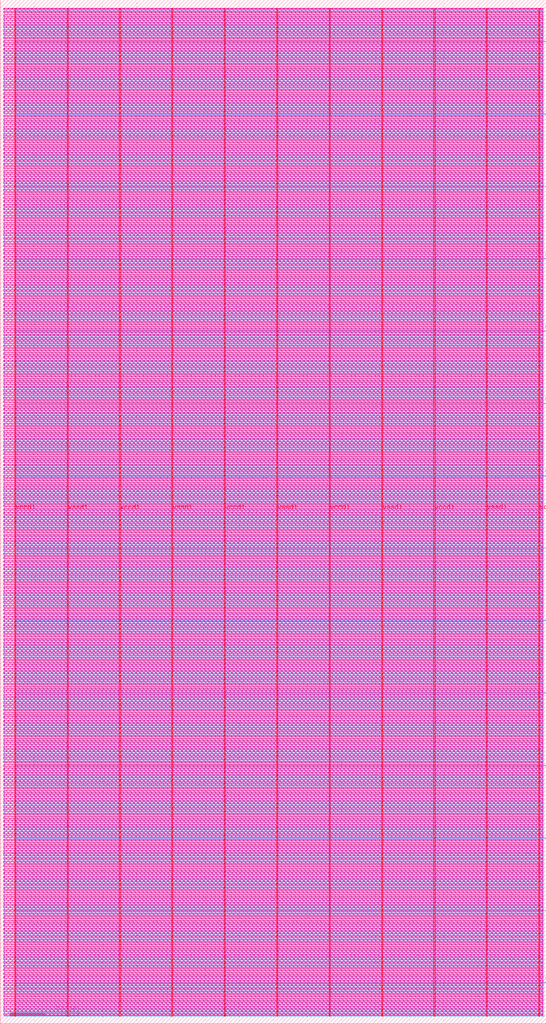
<source format=lef>
VERSION 5.7 ;
  NOWIREEXTENSIONATPIN ON ;
  DIVIDERCHAR "/" ;
  BUSBITCHARS "[]" ;
MACRO pes_rr_arbiter
  CLASS BLOCK ;
  FOREIGN pes_rr_arbiter ;
  ORIGIN 0.000 0.000 ;
  SIZE 800.000 BY 1500.000 ;
  PIN clk
    DIRECTION INPUT ;
    USE SIGNAL ;
    ANTENNAGATEAREA 0.852000 ;
    ANTENNADIFFAREA 0.434700 ;
    PORT
      LAYER met3 ;
        RECT 796.000 59.880 800.000 60.480 ;
    END
  END clk
  PIN grant[0]
    DIRECTION OUTPUT TRISTATE ;
    USE SIGNAL ;
    ANTENNADIFFAREA 2.673000 ;
    PORT
      LAYER met3 ;
        RECT 796.000 802.440 800.000 803.040 ;
    END
  END grant[0]
  PIN grant[1]
    DIRECTION OUTPUT TRISTATE ;
    USE SIGNAL ;
    ANTENNADIFFAREA 2.673000 ;
    PORT
      LAYER met3 ;
        RECT 796.000 908.520 800.000 909.120 ;
    END
  END grant[1]
  PIN grant[2]
    DIRECTION OUTPUT TRISTATE ;
    USE SIGNAL ;
    ANTENNADIFFAREA 2.673000 ;
    PORT
      LAYER met3 ;
        RECT 796.000 1014.600 800.000 1015.200 ;
    END
  END grant[2]
  PIN grant[3]
    DIRECTION OUTPUT TRISTATE ;
    USE SIGNAL ;
    ANTENNADIFFAREA 2.673000 ;
    PORT
      LAYER met3 ;
        RECT 796.000 1120.680 800.000 1121.280 ;
    END
  END grant[3]
  PIN io_oeb[0]
    DIRECTION OUTPUT TRISTATE ;
    USE SIGNAL ;
    PORT
      LAYER met3 ;
        RECT 796.000 272.040 800.000 272.640 ;
    END
  END io_oeb[0]
  PIN io_oeb[1]
    DIRECTION OUTPUT TRISTATE ;
    USE SIGNAL ;
    PORT
      LAYER met3 ;
        RECT 796.000 1226.760 800.000 1227.360 ;
    END
  END io_oeb[1]
  PIN io_oeb[2]
    DIRECTION OUTPUT TRISTATE ;
    USE SIGNAL ;
    PORT
      LAYER met3 ;
        RECT 796.000 1332.840 800.000 1333.440 ;
    END
  END io_oeb[2]
  PIN io_oeb[3]
    DIRECTION OUTPUT TRISTATE ;
    USE SIGNAL ;
    PORT
      LAYER met3 ;
        RECT 796.000 1438.920 800.000 1439.520 ;
    END
  END io_oeb[3]
  PIN req[0]
    DIRECTION INPUT ;
    USE SIGNAL ;
    ANTENNAGATEAREA 0.159000 ;
    PORT
      LAYER met3 ;
        RECT 796.000 378.120 800.000 378.720 ;
    END
  END req[0]
  PIN req[1]
    DIRECTION INPUT ;
    USE SIGNAL ;
    ANTENNAGATEAREA 0.213000 ;
    PORT
      LAYER met3 ;
        RECT 796.000 484.200 800.000 484.800 ;
    END
  END req[1]
  PIN req[2]
    DIRECTION INPUT ;
    USE SIGNAL ;
    ANTENNAGATEAREA 0.196500 ;
    PORT
      LAYER met3 ;
        RECT 796.000 590.280 800.000 590.880 ;
    END
  END req[2]
  PIN req[3]
    DIRECTION INPUT ;
    USE SIGNAL ;
    ANTENNAGATEAREA 0.196500 ;
    PORT
      LAYER met3 ;
        RECT 796.000 696.360 800.000 696.960 ;
    END
  END req[3]
  PIN rst
    DIRECTION INPUT ;
    USE SIGNAL ;
    ANTENNAGATEAREA 0.495000 ;
    PORT
      LAYER met3 ;
        RECT 796.000 165.960 800.000 166.560 ;
    END
  END rst
  PIN vccd1
    DIRECTION INOUT ;
    USE POWER ;
    PORT
      LAYER met4 ;
        RECT 21.040 10.640 22.640 1488.080 ;
    END
    PORT
      LAYER met4 ;
        RECT 174.640 10.640 176.240 1488.080 ;
    END
    PORT
      LAYER met4 ;
        RECT 328.240 10.640 329.840 1488.080 ;
    END
    PORT
      LAYER met4 ;
        RECT 481.840 10.640 483.440 1488.080 ;
    END
    PORT
      LAYER met4 ;
        RECT 635.440 10.640 637.040 1488.080 ;
    END
    PORT
      LAYER met4 ;
        RECT 789.040 10.640 790.640 1488.080 ;
    END
  END vccd1
  PIN vssd1
    DIRECTION INOUT ;
    USE GROUND ;
    PORT
      LAYER met4 ;
        RECT 97.840 10.640 99.440 1488.080 ;
    END
    PORT
      LAYER met4 ;
        RECT 251.440 10.640 253.040 1488.080 ;
    END
    PORT
      LAYER met4 ;
        RECT 405.040 10.640 406.640 1488.080 ;
    END
    PORT
      LAYER met4 ;
        RECT 558.640 10.640 560.240 1488.080 ;
    END
    PORT
      LAYER met4 ;
        RECT 712.240 10.640 713.840 1488.080 ;
    END
  END vssd1
  OBS
      LAYER nwell ;
        RECT 5.330 1486.425 794.610 1488.030 ;
        RECT 5.330 1480.985 794.610 1483.815 ;
        RECT 5.330 1475.545 794.610 1478.375 ;
        RECT 5.330 1470.105 794.610 1472.935 ;
        RECT 5.330 1464.665 794.610 1467.495 ;
        RECT 5.330 1459.225 794.610 1462.055 ;
        RECT 5.330 1453.785 794.610 1456.615 ;
        RECT 5.330 1448.345 794.610 1451.175 ;
        RECT 5.330 1442.905 794.610 1445.735 ;
        RECT 5.330 1437.465 794.610 1440.295 ;
        RECT 5.330 1432.025 794.610 1434.855 ;
        RECT 5.330 1426.585 794.610 1429.415 ;
        RECT 5.330 1421.145 794.610 1423.975 ;
        RECT 5.330 1415.705 794.610 1418.535 ;
        RECT 5.330 1410.265 794.610 1413.095 ;
        RECT 5.330 1404.825 794.610 1407.655 ;
        RECT 5.330 1399.385 794.610 1402.215 ;
        RECT 5.330 1393.945 794.610 1396.775 ;
        RECT 5.330 1388.505 794.610 1391.335 ;
        RECT 5.330 1383.065 794.610 1385.895 ;
        RECT 5.330 1377.625 794.610 1380.455 ;
        RECT 5.330 1372.185 794.610 1375.015 ;
        RECT 5.330 1366.745 794.610 1369.575 ;
        RECT 5.330 1361.305 794.610 1364.135 ;
        RECT 5.330 1355.865 794.610 1358.695 ;
        RECT 5.330 1350.425 794.610 1353.255 ;
        RECT 5.330 1344.985 794.610 1347.815 ;
        RECT 5.330 1339.545 794.610 1342.375 ;
        RECT 5.330 1334.105 794.610 1336.935 ;
        RECT 5.330 1328.665 794.610 1331.495 ;
        RECT 5.330 1323.225 794.610 1326.055 ;
        RECT 5.330 1317.785 794.610 1320.615 ;
        RECT 5.330 1312.345 794.610 1315.175 ;
        RECT 5.330 1306.905 794.610 1309.735 ;
        RECT 5.330 1301.465 794.610 1304.295 ;
        RECT 5.330 1296.025 794.610 1298.855 ;
        RECT 5.330 1290.585 794.610 1293.415 ;
        RECT 5.330 1285.145 794.610 1287.975 ;
        RECT 5.330 1279.705 794.610 1282.535 ;
        RECT 5.330 1274.265 794.610 1277.095 ;
        RECT 5.330 1268.825 794.610 1271.655 ;
        RECT 5.330 1263.385 794.610 1266.215 ;
        RECT 5.330 1257.945 794.610 1260.775 ;
        RECT 5.330 1252.505 794.610 1255.335 ;
        RECT 5.330 1247.065 794.610 1249.895 ;
        RECT 5.330 1241.625 794.610 1244.455 ;
        RECT 5.330 1236.185 794.610 1239.015 ;
        RECT 5.330 1230.745 794.610 1233.575 ;
        RECT 5.330 1225.305 794.610 1228.135 ;
        RECT 5.330 1219.865 794.610 1222.695 ;
        RECT 5.330 1214.425 794.610 1217.255 ;
        RECT 5.330 1208.985 794.610 1211.815 ;
        RECT 5.330 1203.545 794.610 1206.375 ;
        RECT 5.330 1198.105 794.610 1200.935 ;
        RECT 5.330 1192.665 794.610 1195.495 ;
        RECT 5.330 1187.225 794.610 1190.055 ;
        RECT 5.330 1181.785 794.610 1184.615 ;
        RECT 5.330 1176.345 794.610 1179.175 ;
        RECT 5.330 1170.905 794.610 1173.735 ;
        RECT 5.330 1165.465 794.610 1168.295 ;
        RECT 5.330 1160.025 794.610 1162.855 ;
        RECT 5.330 1154.585 794.610 1157.415 ;
        RECT 5.330 1149.145 794.610 1151.975 ;
        RECT 5.330 1143.705 794.610 1146.535 ;
        RECT 5.330 1138.265 794.610 1141.095 ;
        RECT 5.330 1132.825 794.610 1135.655 ;
        RECT 5.330 1127.385 794.610 1130.215 ;
        RECT 5.330 1121.945 794.610 1124.775 ;
        RECT 5.330 1116.505 794.610 1119.335 ;
        RECT 5.330 1111.065 794.610 1113.895 ;
        RECT 5.330 1105.625 794.610 1108.455 ;
        RECT 5.330 1100.185 794.610 1103.015 ;
        RECT 5.330 1094.745 794.610 1097.575 ;
        RECT 5.330 1089.305 794.610 1092.135 ;
        RECT 5.330 1083.865 794.610 1086.695 ;
        RECT 5.330 1078.425 794.610 1081.255 ;
        RECT 5.330 1072.985 794.610 1075.815 ;
        RECT 5.330 1067.545 794.610 1070.375 ;
        RECT 5.330 1062.105 794.610 1064.935 ;
        RECT 5.330 1056.665 794.610 1059.495 ;
        RECT 5.330 1051.225 794.610 1054.055 ;
        RECT 5.330 1045.785 794.610 1048.615 ;
        RECT 5.330 1040.345 794.610 1043.175 ;
        RECT 5.330 1034.905 794.610 1037.735 ;
        RECT 5.330 1029.465 794.610 1032.295 ;
        RECT 5.330 1024.025 794.610 1026.855 ;
        RECT 5.330 1018.585 794.610 1021.415 ;
        RECT 5.330 1013.145 794.610 1015.975 ;
        RECT 5.330 1007.705 794.610 1010.535 ;
        RECT 5.330 1002.265 794.610 1005.095 ;
        RECT 5.330 996.825 794.610 999.655 ;
        RECT 5.330 991.385 794.610 994.215 ;
        RECT 5.330 985.945 794.610 988.775 ;
        RECT 5.330 980.505 794.610 983.335 ;
        RECT 5.330 975.065 794.610 977.895 ;
        RECT 5.330 969.625 794.610 972.455 ;
        RECT 5.330 964.185 794.610 967.015 ;
        RECT 5.330 958.745 794.610 961.575 ;
        RECT 5.330 953.305 794.610 956.135 ;
        RECT 5.330 947.865 794.610 950.695 ;
        RECT 5.330 942.425 794.610 945.255 ;
        RECT 5.330 936.985 794.610 939.815 ;
        RECT 5.330 931.545 794.610 934.375 ;
        RECT 5.330 926.105 794.610 928.935 ;
        RECT 5.330 920.665 794.610 923.495 ;
        RECT 5.330 915.225 794.610 918.055 ;
        RECT 5.330 909.785 794.610 912.615 ;
        RECT 5.330 904.345 794.610 907.175 ;
        RECT 5.330 898.905 794.610 901.735 ;
        RECT 5.330 893.465 794.610 896.295 ;
        RECT 5.330 888.025 794.610 890.855 ;
        RECT 5.330 882.585 794.610 885.415 ;
        RECT 5.330 877.145 794.610 879.975 ;
        RECT 5.330 871.705 794.610 874.535 ;
        RECT 5.330 866.265 794.610 869.095 ;
        RECT 5.330 860.825 794.610 863.655 ;
        RECT 5.330 855.385 794.610 858.215 ;
        RECT 5.330 849.945 794.610 852.775 ;
        RECT 5.330 844.505 794.610 847.335 ;
        RECT 5.330 839.065 794.610 841.895 ;
        RECT 5.330 833.625 794.610 836.455 ;
        RECT 5.330 828.185 794.610 831.015 ;
        RECT 5.330 822.745 794.610 825.575 ;
        RECT 5.330 817.305 794.610 820.135 ;
        RECT 5.330 811.865 794.610 814.695 ;
        RECT 5.330 806.425 794.610 809.255 ;
        RECT 5.330 800.985 794.610 803.815 ;
        RECT 5.330 795.545 794.610 798.375 ;
        RECT 5.330 790.105 794.610 792.935 ;
        RECT 5.330 784.665 794.610 787.495 ;
        RECT 5.330 779.225 794.610 782.055 ;
        RECT 5.330 773.785 794.610 776.615 ;
        RECT 5.330 768.345 794.610 771.175 ;
        RECT 5.330 762.905 794.610 765.735 ;
        RECT 5.330 757.465 794.610 760.295 ;
        RECT 5.330 752.025 794.610 754.855 ;
        RECT 5.330 746.585 794.610 749.415 ;
        RECT 5.330 741.145 794.610 743.975 ;
        RECT 5.330 735.705 794.610 738.535 ;
        RECT 5.330 730.265 794.610 733.095 ;
        RECT 5.330 724.825 794.610 727.655 ;
        RECT 5.330 719.385 794.610 722.215 ;
        RECT 5.330 713.945 794.610 716.775 ;
        RECT 5.330 708.505 794.610 711.335 ;
        RECT 5.330 703.065 794.610 705.895 ;
        RECT 5.330 697.625 794.610 700.455 ;
        RECT 5.330 692.185 794.610 695.015 ;
        RECT 5.330 686.745 794.610 689.575 ;
        RECT 5.330 681.305 794.610 684.135 ;
        RECT 5.330 675.865 794.610 678.695 ;
        RECT 5.330 670.425 794.610 673.255 ;
        RECT 5.330 664.985 794.610 667.815 ;
        RECT 5.330 659.545 794.610 662.375 ;
        RECT 5.330 654.105 794.610 656.935 ;
        RECT 5.330 648.665 794.610 651.495 ;
        RECT 5.330 643.225 794.610 646.055 ;
        RECT 5.330 637.785 794.610 640.615 ;
        RECT 5.330 632.345 794.610 635.175 ;
        RECT 5.330 626.905 794.610 629.735 ;
        RECT 5.330 621.465 794.610 624.295 ;
        RECT 5.330 616.025 794.610 618.855 ;
        RECT 5.330 610.585 794.610 613.415 ;
        RECT 5.330 605.145 794.610 607.975 ;
        RECT 5.330 599.705 794.610 602.535 ;
        RECT 5.330 594.265 794.610 597.095 ;
        RECT 5.330 588.825 794.610 591.655 ;
        RECT 5.330 583.385 794.610 586.215 ;
        RECT 5.330 577.945 794.610 580.775 ;
        RECT 5.330 572.505 794.610 575.335 ;
        RECT 5.330 567.065 794.610 569.895 ;
        RECT 5.330 561.625 794.610 564.455 ;
        RECT 5.330 556.185 794.610 559.015 ;
        RECT 5.330 550.745 794.610 553.575 ;
        RECT 5.330 545.305 794.610 548.135 ;
        RECT 5.330 539.865 794.610 542.695 ;
        RECT 5.330 534.425 794.610 537.255 ;
        RECT 5.330 528.985 794.610 531.815 ;
        RECT 5.330 523.545 794.610 526.375 ;
        RECT 5.330 518.105 794.610 520.935 ;
        RECT 5.330 512.665 794.610 515.495 ;
        RECT 5.330 507.225 794.610 510.055 ;
        RECT 5.330 501.785 794.610 504.615 ;
        RECT 5.330 496.345 794.610 499.175 ;
        RECT 5.330 490.905 794.610 493.735 ;
        RECT 5.330 485.465 794.610 488.295 ;
        RECT 5.330 480.025 794.610 482.855 ;
        RECT 5.330 474.585 794.610 477.415 ;
        RECT 5.330 469.145 794.610 471.975 ;
        RECT 5.330 463.705 794.610 466.535 ;
        RECT 5.330 458.265 794.610 461.095 ;
        RECT 5.330 452.825 794.610 455.655 ;
        RECT 5.330 447.385 794.610 450.215 ;
        RECT 5.330 441.945 794.610 444.775 ;
        RECT 5.330 436.505 794.610 439.335 ;
        RECT 5.330 431.065 794.610 433.895 ;
        RECT 5.330 425.625 794.610 428.455 ;
        RECT 5.330 420.185 794.610 423.015 ;
        RECT 5.330 414.745 794.610 417.575 ;
        RECT 5.330 409.305 794.610 412.135 ;
        RECT 5.330 403.865 794.610 406.695 ;
        RECT 5.330 398.425 794.610 401.255 ;
        RECT 5.330 392.985 794.610 395.815 ;
        RECT 5.330 387.545 794.610 390.375 ;
        RECT 5.330 382.105 794.610 384.935 ;
        RECT 5.330 376.665 794.610 379.495 ;
        RECT 5.330 371.225 794.610 374.055 ;
        RECT 5.330 365.785 794.610 368.615 ;
        RECT 5.330 360.345 794.610 363.175 ;
        RECT 5.330 354.905 794.610 357.735 ;
        RECT 5.330 349.465 794.610 352.295 ;
        RECT 5.330 344.025 794.610 346.855 ;
        RECT 5.330 338.585 794.610 341.415 ;
        RECT 5.330 333.145 794.610 335.975 ;
        RECT 5.330 327.705 794.610 330.535 ;
        RECT 5.330 322.265 794.610 325.095 ;
        RECT 5.330 316.825 794.610 319.655 ;
        RECT 5.330 311.385 794.610 314.215 ;
        RECT 5.330 305.945 794.610 308.775 ;
        RECT 5.330 300.505 794.610 303.335 ;
        RECT 5.330 295.065 794.610 297.895 ;
        RECT 5.330 289.625 794.610 292.455 ;
        RECT 5.330 284.185 794.610 287.015 ;
        RECT 5.330 278.745 794.610 281.575 ;
        RECT 5.330 273.305 794.610 276.135 ;
        RECT 5.330 267.865 794.610 270.695 ;
        RECT 5.330 262.425 794.610 265.255 ;
        RECT 5.330 256.985 794.610 259.815 ;
        RECT 5.330 251.545 794.610 254.375 ;
        RECT 5.330 246.105 794.610 248.935 ;
        RECT 5.330 240.665 794.610 243.495 ;
        RECT 5.330 235.225 794.610 238.055 ;
        RECT 5.330 229.785 794.610 232.615 ;
        RECT 5.330 224.345 794.610 227.175 ;
        RECT 5.330 218.905 794.610 221.735 ;
        RECT 5.330 213.465 794.610 216.295 ;
        RECT 5.330 208.025 794.610 210.855 ;
        RECT 5.330 202.585 794.610 205.415 ;
        RECT 5.330 197.145 794.610 199.975 ;
        RECT 5.330 191.705 794.610 194.535 ;
        RECT 5.330 186.265 794.610 189.095 ;
        RECT 5.330 180.825 794.610 183.655 ;
        RECT 5.330 175.385 794.610 178.215 ;
        RECT 5.330 169.945 794.610 172.775 ;
        RECT 5.330 164.505 794.610 167.335 ;
        RECT 5.330 159.065 794.610 161.895 ;
        RECT 5.330 153.625 794.610 156.455 ;
        RECT 5.330 148.185 794.610 151.015 ;
        RECT 5.330 142.745 794.610 145.575 ;
        RECT 5.330 137.305 794.610 140.135 ;
        RECT 5.330 131.865 794.610 134.695 ;
        RECT 5.330 126.425 794.610 129.255 ;
        RECT 5.330 120.985 794.610 123.815 ;
        RECT 5.330 115.545 794.610 118.375 ;
        RECT 5.330 110.105 794.610 112.935 ;
        RECT 5.330 104.665 794.610 107.495 ;
        RECT 5.330 99.225 794.610 102.055 ;
        RECT 5.330 93.785 794.610 96.615 ;
        RECT 5.330 88.345 794.610 91.175 ;
        RECT 5.330 82.905 794.610 85.735 ;
        RECT 5.330 77.465 794.610 80.295 ;
        RECT 5.330 72.025 794.610 74.855 ;
        RECT 5.330 66.585 794.610 69.415 ;
        RECT 5.330 61.145 794.610 63.975 ;
        RECT 5.330 55.705 794.610 58.535 ;
        RECT 5.330 50.265 794.610 53.095 ;
        RECT 5.330 44.825 794.610 47.655 ;
        RECT 5.330 39.385 794.610 42.215 ;
        RECT 5.330 33.945 794.610 36.775 ;
        RECT 5.330 28.505 794.610 31.335 ;
        RECT 5.330 23.065 794.610 25.895 ;
        RECT 5.330 17.625 794.610 20.455 ;
        RECT 5.330 12.185 794.610 15.015 ;
      LAYER li1 ;
        RECT 5.520 10.795 794.420 1487.925 ;
      LAYER met1 ;
        RECT 5.520 10.640 794.810 1488.080 ;
      LAYER met2 ;
        RECT 21.070 10.695 794.790 1488.025 ;
      LAYER met3 ;
        RECT 21.050 1439.920 796.000 1488.005 ;
        RECT 21.050 1438.520 795.600 1439.920 ;
        RECT 21.050 1333.840 796.000 1438.520 ;
        RECT 21.050 1332.440 795.600 1333.840 ;
        RECT 21.050 1227.760 796.000 1332.440 ;
        RECT 21.050 1226.360 795.600 1227.760 ;
        RECT 21.050 1121.680 796.000 1226.360 ;
        RECT 21.050 1120.280 795.600 1121.680 ;
        RECT 21.050 1015.600 796.000 1120.280 ;
        RECT 21.050 1014.200 795.600 1015.600 ;
        RECT 21.050 909.520 796.000 1014.200 ;
        RECT 21.050 908.120 795.600 909.520 ;
        RECT 21.050 803.440 796.000 908.120 ;
        RECT 21.050 802.040 795.600 803.440 ;
        RECT 21.050 697.360 796.000 802.040 ;
        RECT 21.050 695.960 795.600 697.360 ;
        RECT 21.050 591.280 796.000 695.960 ;
        RECT 21.050 589.880 795.600 591.280 ;
        RECT 21.050 485.200 796.000 589.880 ;
        RECT 21.050 483.800 795.600 485.200 ;
        RECT 21.050 379.120 796.000 483.800 ;
        RECT 21.050 377.720 795.600 379.120 ;
        RECT 21.050 273.040 796.000 377.720 ;
        RECT 21.050 271.640 795.600 273.040 ;
        RECT 21.050 166.960 796.000 271.640 ;
        RECT 21.050 165.560 795.600 166.960 ;
        RECT 21.050 60.880 796.000 165.560 ;
        RECT 21.050 59.480 795.600 60.880 ;
        RECT 21.050 10.715 796.000 59.480 ;
  END
END pes_rr_arbiter
END LIBRARY


</source>
